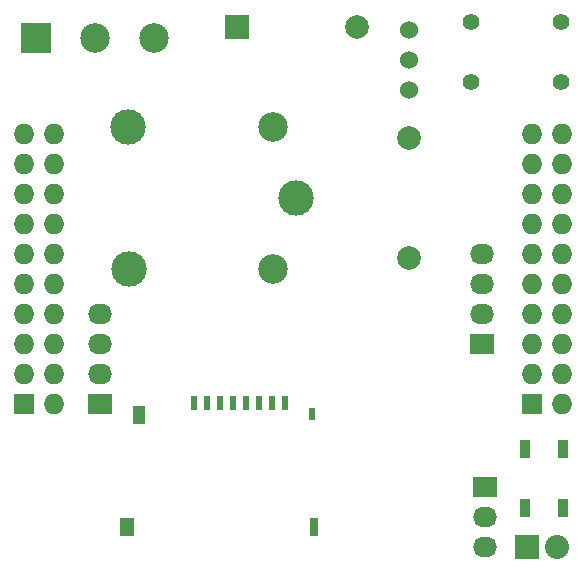
<source format=gbr>
G04 #@! TF.FileFunction,Soldermask,Bot*
%FSLAX46Y46*%
G04 Gerber Fmt 4.6, Leading zero omitted, Abs format (unit mm)*
G04 Created by KiCad (PCBNEW 4.0.2-stable) date Wednesday, 23 November 2016 23:43:31*
%MOMM*%
G01*
G04 APERTURE LIST*
%ADD10C,1.000000*%
%ADD11C,2.500000*%
%ADD12C,3.000000*%
%ADD13C,1.998980*%
%ADD14R,1.998980X1.998980*%
%ADD15R,2.032000X1.727200*%
%ADD16O,2.032000X1.727200*%
%ADD17R,1.727200X1.727200*%
%ADD18O,1.727200X1.727200*%
%ADD19C,1.524000*%
%ADD20C,1.397000*%
%ADD21R,2.032000X2.032000*%
%ADD22O,2.032000X2.032000*%
%ADD23R,0.899160X1.501140*%
%ADD24R,0.500000X1.250000*%
%ADD25R,1.000000X1.500000*%
%ADD26R,0.800000X1.500000*%
%ADD27R,1.200000X1.500000*%
%ADD28R,0.600000X1.000000*%
%ADD29R,2.500000X2.500000*%
G04 APERTURE END LIST*
D10*
D11*
X35050000Y-35550000D03*
D12*
X22850000Y-35550000D03*
X22800000Y-23500000D03*
D11*
X35050000Y-23550000D03*
D12*
X37000000Y-29500000D03*
D13*
X42160000Y-15002540D03*
D14*
X32000000Y-15002540D03*
D15*
X20400000Y-46980000D03*
D16*
X20400000Y-44440000D03*
X20400000Y-41900000D03*
X20400000Y-39360000D03*
D15*
X52800000Y-41880000D03*
D16*
X52800000Y-39340000D03*
X52800000Y-36800000D03*
X52800000Y-34260000D03*
D17*
X14000000Y-47000000D03*
D18*
X16540000Y-47000000D03*
X14000000Y-44460000D03*
X16540000Y-44460000D03*
X14000000Y-41920000D03*
X16540000Y-41920000D03*
X14000000Y-39380000D03*
X16540000Y-39380000D03*
X14000000Y-36840000D03*
X16540000Y-36840000D03*
X14000000Y-34300000D03*
X16540000Y-34300000D03*
X14000000Y-31760000D03*
X16540000Y-31760000D03*
X14000000Y-29220000D03*
X16540000Y-29220000D03*
X14000000Y-26680000D03*
X16540000Y-26680000D03*
X14000000Y-24140000D03*
X16540000Y-24140000D03*
D17*
X57000000Y-47000000D03*
D18*
X59540000Y-47000000D03*
X57000000Y-44460000D03*
X59540000Y-44460000D03*
X57000000Y-41920000D03*
X59540000Y-41920000D03*
X57000000Y-39380000D03*
X59540000Y-39380000D03*
X57000000Y-36840000D03*
X59540000Y-36840000D03*
X57000000Y-34300000D03*
X59540000Y-34300000D03*
X57000000Y-31760000D03*
X59540000Y-31760000D03*
X57000000Y-29220000D03*
X59540000Y-29220000D03*
X57000000Y-26680000D03*
X59540000Y-26680000D03*
X57000000Y-24140000D03*
X59540000Y-24140000D03*
D15*
X53000000Y-54000000D03*
D16*
X53000000Y-56540000D03*
X53000000Y-59080000D03*
D19*
X46600000Y-17800000D03*
X46600000Y-20340000D03*
X46600000Y-15260000D03*
D13*
X46600000Y-24400000D03*
X46600000Y-34560000D03*
D20*
X59420000Y-19700000D03*
X59420000Y-14620000D03*
X51800000Y-19700000D03*
X51800000Y-14620000D03*
D21*
X56600000Y-59100000D03*
D22*
X59140000Y-59100000D03*
D23*
X56399800Y-50750640D03*
X59600200Y-50750640D03*
X59600200Y-55749360D03*
X56399800Y-55749360D03*
D24*
X28350000Y-46900000D03*
X29450000Y-46900000D03*
X30550000Y-46900000D03*
X31650000Y-46900000D03*
X32750000Y-46900000D03*
X33850000Y-46900000D03*
X34950000Y-46900000D03*
X36050000Y-46900000D03*
D25*
X23750000Y-47900000D03*
D26*
X38500000Y-57350000D03*
D27*
X22700000Y-57350000D03*
D28*
X38400000Y-47800000D03*
D11*
X25000000Y-16000000D03*
D29*
X15000000Y-16000000D03*
D11*
X20000000Y-16000000D03*
M02*

</source>
